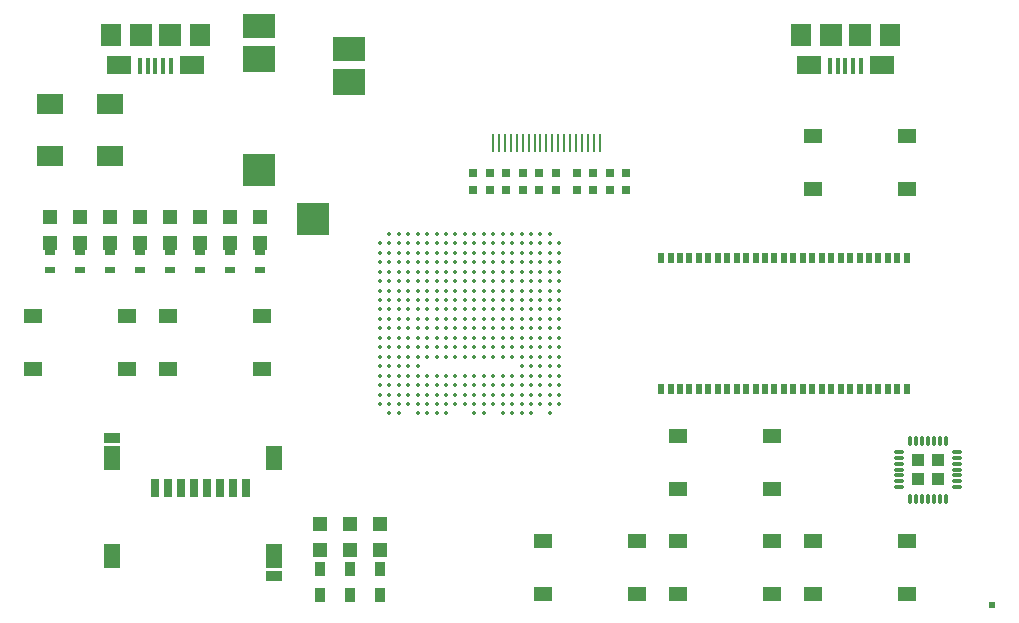
<source format=gtp>
G04 #@! TF.GenerationSoftware,KiCad,Pcbnew,5.0.0-rc2-dev-unknown+dfsg1+20180318-2*
G04 #@! TF.CreationDate,2018-04-18T14:44:27+02:00*
G04 #@! TF.ProjectId,ulx3s,756C7833732E6B696361645F70636200,rev?*
G04 #@! TF.SameCoordinates,Original*
G04 #@! TF.FileFunction,Paste,Top*
G04 #@! TF.FilePolarity,Positive*
%FSLAX46Y46*%
G04 Gerber Fmt 4.6, Leading zero omitted, Abs format (unit mm)*
G04 Created by KiCad (PCBNEW 5.0.0-rc2-dev-unknown+dfsg1+20180318-2) date Wed Apr 18 14:44:27 2018*
%MOMM*%
%LPD*%
G01*
G04 APERTURE LIST*
%ADD10R,0.500000X0.500000*%
%ADD11R,0.900000X1.200000*%
%ADD12R,2.100000X1.600000*%
%ADD13R,1.900000X1.900000*%
%ADD14R,0.400000X1.350000*%
%ADD15R,1.800000X1.900000*%
%ADD16O,0.850000X0.300000*%
%ADD17O,0.300000X0.850000*%
%ADD18R,1.005000X1.005000*%
%ADD19R,1.550000X1.300000*%
%ADD20C,0.350000*%
%ADD21R,1.200000X1.200000*%
%ADD22R,2.800000X2.000000*%
%ADD23R,2.800000X2.200000*%
%ADD24R,2.800000X2.800000*%
%ADD25R,0.230000X1.580000*%
%ADD26R,0.700000X1.500000*%
%ADD27R,1.450000X0.900000*%
%ADD28R,1.450000X2.000000*%
%ADD29R,2.200000X1.800000*%
%ADD30R,0.560000X0.900000*%
%ADD31R,0.900000X0.500000*%
%ADD32R,0.750000X0.800000*%
G04 APERTURE END LIST*
D10*
X182675150Y-111637626D03*
D11*
X128390000Y-108580000D03*
X128390000Y-110780000D03*
X130930000Y-110780000D03*
X130930000Y-108580000D03*
D12*
X114980000Y-65875000D03*
X108780000Y-65875000D03*
D13*
X113080000Y-63325000D03*
X110680000Y-63325000D03*
D14*
X113180000Y-66000000D03*
X112530000Y-66000000D03*
X111880000Y-66000000D03*
X111230000Y-66000000D03*
X110580000Y-66000000D03*
D15*
X115680000Y-63325000D03*
X108080000Y-63325000D03*
D12*
X173400000Y-65875000D03*
X167200000Y-65875000D03*
D13*
X171500000Y-63325000D03*
X169100000Y-63325000D03*
D14*
X171600000Y-66000000D03*
X170950000Y-66000000D03*
X170300000Y-66000000D03*
X169650000Y-66000000D03*
X169000000Y-66000000D03*
D15*
X174100000Y-63325000D03*
X166500000Y-63325000D03*
D16*
X179735000Y-101655000D03*
X179735000Y-101155000D03*
X179735000Y-100655000D03*
X179735000Y-100155000D03*
X179735000Y-99655000D03*
X179735000Y-99155000D03*
X179735000Y-98655000D03*
D17*
X178785000Y-97705000D03*
X178285000Y-97705000D03*
X177785000Y-97705000D03*
X177285000Y-97705000D03*
X176785000Y-97705000D03*
X176285000Y-97705000D03*
X175785000Y-97705000D03*
D16*
X174835000Y-98655000D03*
X174835000Y-99155000D03*
X174835000Y-99655000D03*
X174835000Y-100155000D03*
X174835000Y-100655000D03*
X174835000Y-101155000D03*
X174835000Y-101655000D03*
D17*
X175785000Y-102605000D03*
X176285000Y-102605000D03*
X176785000Y-102605000D03*
X177285000Y-102605000D03*
X177785000Y-102605000D03*
X178285000Y-102605000D03*
X178785000Y-102605000D03*
D18*
X176447500Y-99317500D03*
X176447500Y-100992500D03*
X178122500Y-99317500D03*
X178122500Y-100992500D03*
D19*
X175550000Y-71870000D03*
X175550000Y-76370000D03*
X167590000Y-76370000D03*
X167590000Y-71870000D03*
X101550000Y-91610000D03*
X101550000Y-87110000D03*
X109510000Y-87110000D03*
X109510000Y-91610000D03*
X112980000Y-91610000D03*
X112980000Y-87110000D03*
X120940000Y-87110000D03*
X120940000Y-91610000D03*
X156160000Y-101770000D03*
X156160000Y-97270000D03*
X164120000Y-97270000D03*
X164120000Y-101770000D03*
X164120000Y-106160000D03*
X164120000Y-110660000D03*
X156160000Y-110660000D03*
X156160000Y-106160000D03*
X152690000Y-106160000D03*
X152690000Y-110660000D03*
X144730000Y-110660000D03*
X144730000Y-106160000D03*
X175550000Y-106160000D03*
X175550000Y-110660000D03*
X167590000Y-110660000D03*
X167590000Y-106160000D03*
D20*
X131680000Y-80200000D03*
X132480000Y-80200000D03*
X133280000Y-80200000D03*
X134080000Y-80200000D03*
X134880000Y-80200000D03*
X135680000Y-80200000D03*
X136480000Y-80200000D03*
X137280000Y-80200000D03*
X138080000Y-80200000D03*
X138880000Y-80200000D03*
X139680000Y-80200000D03*
X140480000Y-80200000D03*
X141280000Y-80200000D03*
X142080000Y-80200000D03*
X142880000Y-80200000D03*
X143680000Y-80200000D03*
X144480000Y-80200000D03*
X145280000Y-80200000D03*
X130880000Y-81000000D03*
X131680000Y-81000000D03*
X132480000Y-81000000D03*
X133280000Y-81000000D03*
X134080000Y-81000000D03*
X134880000Y-81000000D03*
X135680000Y-81000000D03*
X136480000Y-81000000D03*
X137280000Y-81000000D03*
X138080000Y-81000000D03*
X138880000Y-81000000D03*
X139680000Y-81000000D03*
X140480000Y-81000000D03*
X141280000Y-81000000D03*
X142080000Y-81000000D03*
X142880000Y-81000000D03*
X143680000Y-81000000D03*
X144480000Y-81000000D03*
X145280000Y-81000000D03*
X146080000Y-81000000D03*
X130880000Y-81800000D03*
X131680000Y-81800000D03*
X132480000Y-81800000D03*
X133280000Y-81800000D03*
X134080000Y-81800000D03*
X134880000Y-81800000D03*
X135680000Y-81800000D03*
X136480000Y-81800000D03*
X137280000Y-81800000D03*
X138080000Y-81800000D03*
X138880000Y-81800000D03*
X139680000Y-81800000D03*
X140480000Y-81800000D03*
X141280000Y-81800000D03*
X142080000Y-81800000D03*
X142880000Y-81800000D03*
X143680000Y-81800000D03*
X144480000Y-81800000D03*
X145280000Y-81800000D03*
X146080000Y-81800000D03*
X130880000Y-82600000D03*
X131680000Y-82600000D03*
X132480000Y-82600000D03*
X133280000Y-82600000D03*
X134080000Y-82600000D03*
X134880000Y-82600000D03*
X135680000Y-82600000D03*
X136480000Y-82600000D03*
X137280000Y-82600000D03*
X138080000Y-82600000D03*
X138880000Y-82600000D03*
X139680000Y-82600000D03*
X140480000Y-82600000D03*
X141280000Y-82600000D03*
X142080000Y-82600000D03*
X142880000Y-82600000D03*
X143680000Y-82600000D03*
X144480000Y-82600000D03*
X145280000Y-82600000D03*
X146080000Y-82600000D03*
X130880000Y-83400000D03*
X131680000Y-83400000D03*
X132480000Y-83400000D03*
X133280000Y-83400000D03*
X134080000Y-83400000D03*
X134880000Y-83400000D03*
X135680000Y-83400000D03*
X136480000Y-83400000D03*
X137280000Y-83400000D03*
X138080000Y-83400000D03*
X138880000Y-83400000D03*
X139680000Y-83400000D03*
X140480000Y-83400000D03*
X141280000Y-83400000D03*
X142080000Y-83400000D03*
X142880000Y-83400000D03*
X143680000Y-83400000D03*
X144480000Y-83400000D03*
X145280000Y-83400000D03*
X146080000Y-83400000D03*
X130880000Y-84200000D03*
X131680000Y-84200000D03*
X132480000Y-84200000D03*
X133280000Y-84200000D03*
X134080000Y-84200000D03*
X134880000Y-84200000D03*
X135680000Y-84200000D03*
X136480000Y-84200000D03*
X137280000Y-84200000D03*
X138080000Y-84200000D03*
X138880000Y-84200000D03*
X139680000Y-84200000D03*
X140480000Y-84200000D03*
X141280000Y-84200000D03*
X142080000Y-84200000D03*
X142880000Y-84200000D03*
X143680000Y-84200000D03*
X144480000Y-84200000D03*
X145280000Y-84200000D03*
X146080000Y-84200000D03*
X130880000Y-85000000D03*
X131680000Y-85000000D03*
X132480000Y-85000000D03*
X133280000Y-85000000D03*
X134080000Y-85000000D03*
X134880000Y-85000000D03*
X135680000Y-85000000D03*
X136480000Y-85000000D03*
X137280000Y-85000000D03*
X138080000Y-85000000D03*
X138880000Y-85000000D03*
X139680000Y-85000000D03*
X140480000Y-85000000D03*
X141280000Y-85000000D03*
X142080000Y-85000000D03*
X142880000Y-85000000D03*
X143680000Y-85000000D03*
X144480000Y-85000000D03*
X145280000Y-85000000D03*
X146080000Y-85000000D03*
X130880000Y-85800000D03*
X131680000Y-85800000D03*
X132480000Y-85800000D03*
X133280000Y-85800000D03*
X134080000Y-85800000D03*
X134880000Y-85800000D03*
X135680000Y-85800000D03*
X136480000Y-85800000D03*
X137280000Y-85800000D03*
X138080000Y-85800000D03*
X138880000Y-85800000D03*
X139680000Y-85800000D03*
X140480000Y-85800000D03*
X141280000Y-85800000D03*
X142080000Y-85800000D03*
X142880000Y-85800000D03*
X143680000Y-85800000D03*
X144480000Y-85800000D03*
X145280000Y-85800000D03*
X146080000Y-85800000D03*
X130880000Y-86600000D03*
X131680000Y-86600000D03*
X132480000Y-86600000D03*
X133280000Y-86600000D03*
X134080000Y-86600000D03*
X134880000Y-86600000D03*
X135680000Y-86600000D03*
X136480000Y-86600000D03*
X137280000Y-86600000D03*
X138080000Y-86600000D03*
X138880000Y-86600000D03*
X139680000Y-86600000D03*
X140480000Y-86600000D03*
X141280000Y-86600000D03*
X142080000Y-86600000D03*
X142880000Y-86600000D03*
X143680000Y-86600000D03*
X144480000Y-86600000D03*
X145280000Y-86600000D03*
X146080000Y-86600000D03*
X130880000Y-87400000D03*
X131680000Y-87400000D03*
X132480000Y-87400000D03*
X133280000Y-87400000D03*
X134080000Y-87400000D03*
X134880000Y-87400000D03*
X135680000Y-87400000D03*
X136480000Y-87400000D03*
X137280000Y-87400000D03*
X138080000Y-87400000D03*
X138880000Y-87400000D03*
X139680000Y-87400000D03*
X140480000Y-87400000D03*
X141280000Y-87400000D03*
X142080000Y-87400000D03*
X142880000Y-87400000D03*
X143680000Y-87400000D03*
X144480000Y-87400000D03*
X145280000Y-87400000D03*
X146080000Y-87400000D03*
X130880000Y-88200000D03*
X131680000Y-88200000D03*
X132480000Y-88200000D03*
X133280000Y-88200000D03*
X134080000Y-88200000D03*
X134880000Y-88200000D03*
X135680000Y-88200000D03*
X136480000Y-88200000D03*
X137280000Y-88200000D03*
X138080000Y-88200000D03*
X138880000Y-88200000D03*
X139680000Y-88200000D03*
X140480000Y-88200000D03*
X141280000Y-88200000D03*
X142080000Y-88200000D03*
X142880000Y-88200000D03*
X143680000Y-88200000D03*
X144480000Y-88200000D03*
X145280000Y-88200000D03*
X146080000Y-88200000D03*
X130880000Y-89000000D03*
X131680000Y-89000000D03*
X132480000Y-89000000D03*
X133280000Y-89000000D03*
X134080000Y-89000000D03*
X134880000Y-89000000D03*
X135680000Y-89000000D03*
X136480000Y-89000000D03*
X137280000Y-89000000D03*
X138080000Y-89000000D03*
X138880000Y-89000000D03*
X139680000Y-89000000D03*
X140480000Y-89000000D03*
X141280000Y-89000000D03*
X142080000Y-89000000D03*
X142880000Y-89000000D03*
X143680000Y-89000000D03*
X144480000Y-89000000D03*
X145280000Y-89000000D03*
X146080000Y-89000000D03*
X130880000Y-89800000D03*
X131680000Y-89800000D03*
X132480000Y-89800000D03*
X133280000Y-89800000D03*
X134080000Y-89800000D03*
X134880000Y-89800000D03*
X135680000Y-89800000D03*
X136480000Y-89800000D03*
X137280000Y-89800000D03*
X138080000Y-89800000D03*
X138880000Y-89800000D03*
X139680000Y-89800000D03*
X140480000Y-89800000D03*
X141280000Y-89800000D03*
X142080000Y-89800000D03*
X142880000Y-89800000D03*
X143680000Y-89800000D03*
X144480000Y-89800000D03*
X145280000Y-89800000D03*
X146080000Y-89800000D03*
X130880000Y-90600000D03*
X131680000Y-90600000D03*
X132480000Y-90600000D03*
X133280000Y-90600000D03*
X134080000Y-90600000D03*
X134880000Y-90600000D03*
X135680000Y-90600000D03*
X136480000Y-90600000D03*
X137280000Y-90600000D03*
X138080000Y-90600000D03*
X138880000Y-90600000D03*
X139680000Y-90600000D03*
X140480000Y-90600000D03*
X141280000Y-90600000D03*
X142080000Y-90600000D03*
X142880000Y-90600000D03*
X143680000Y-90600000D03*
X144480000Y-90600000D03*
X145280000Y-90600000D03*
X146080000Y-90600000D03*
X130880000Y-91400000D03*
X131680000Y-91400000D03*
X132480000Y-91400000D03*
X133280000Y-91400000D03*
X134080000Y-91400000D03*
X142880000Y-91400000D03*
X143680000Y-91400000D03*
X144480000Y-91400000D03*
X145280000Y-91400000D03*
X146080000Y-91400000D03*
X130880000Y-92200000D03*
X131680000Y-92200000D03*
X132480000Y-92200000D03*
X133280000Y-92200000D03*
X134080000Y-92200000D03*
X134880000Y-92200000D03*
X135680000Y-92200000D03*
X136480000Y-92200000D03*
X137280000Y-92200000D03*
X138080000Y-92200000D03*
X138880000Y-92200000D03*
X139680000Y-92200000D03*
X140480000Y-92200000D03*
X141280000Y-92200000D03*
X142080000Y-92200000D03*
X142880000Y-92200000D03*
X143680000Y-92200000D03*
X144480000Y-92200000D03*
X145280000Y-92200000D03*
X146080000Y-92200000D03*
X130880000Y-93000000D03*
X131680000Y-93000000D03*
X132480000Y-93000000D03*
X133280000Y-93000000D03*
X134080000Y-93000000D03*
X134880000Y-93000000D03*
X135680000Y-93000000D03*
X136480000Y-93000000D03*
X137280000Y-93000000D03*
X138080000Y-93000000D03*
X138880000Y-93000000D03*
X139680000Y-93000000D03*
X140480000Y-93000000D03*
X141280000Y-93000000D03*
X142080000Y-93000000D03*
X142880000Y-93000000D03*
X143680000Y-93000000D03*
X144480000Y-93000000D03*
X145280000Y-93000000D03*
X146080000Y-93000000D03*
X130880000Y-93800000D03*
X131680000Y-93800000D03*
X132480000Y-93800000D03*
X133280000Y-93800000D03*
X134080000Y-93800000D03*
X134880000Y-93800000D03*
X135680000Y-93800000D03*
X136480000Y-93800000D03*
X137280000Y-93800000D03*
X138080000Y-93800000D03*
X138880000Y-93800000D03*
X139680000Y-93800000D03*
X140480000Y-93800000D03*
X141280000Y-93800000D03*
X142080000Y-93800000D03*
X142880000Y-93800000D03*
X143680000Y-93800000D03*
X144480000Y-93800000D03*
X145280000Y-93800000D03*
X146080000Y-93800000D03*
X130880000Y-94600000D03*
X131680000Y-94600000D03*
X132480000Y-94600000D03*
X133280000Y-94600000D03*
X134080000Y-94600000D03*
X134880000Y-94600000D03*
X135680000Y-94600000D03*
X136480000Y-94600000D03*
X137280000Y-94600000D03*
X138080000Y-94600000D03*
X138880000Y-94600000D03*
X139680000Y-94600000D03*
X140480000Y-94600000D03*
X141280000Y-94600000D03*
X142080000Y-94600000D03*
X142880000Y-94600000D03*
X143680000Y-94600000D03*
X144480000Y-94600000D03*
X145280000Y-94600000D03*
X146080000Y-94600000D03*
X131680000Y-95400000D03*
X132480000Y-95400000D03*
X134080000Y-95400000D03*
X134880000Y-95400000D03*
X135680000Y-95400000D03*
X136480000Y-95400000D03*
X138880000Y-95400000D03*
X139680000Y-95400000D03*
X141280000Y-95400000D03*
X142080000Y-95400000D03*
X142880000Y-95400000D03*
X143680000Y-95400000D03*
X145280000Y-95400000D03*
D21*
X125850000Y-104770000D03*
X125850000Y-106970000D03*
D11*
X125850000Y-108580000D03*
X125850000Y-110780000D03*
D21*
X128390000Y-104770000D03*
X128390000Y-106970000D03*
X120770000Y-80935000D03*
X120770000Y-78735000D03*
X118230000Y-80935000D03*
X118230000Y-78735000D03*
X115690000Y-80935000D03*
X115690000Y-78735000D03*
X113150000Y-80935000D03*
X113150000Y-78735000D03*
X110610000Y-80935000D03*
X110610000Y-78735000D03*
X108070000Y-80935000D03*
X108070000Y-78735000D03*
X105530000Y-80935000D03*
X105530000Y-78735000D03*
X102990000Y-80935000D03*
X102990000Y-78735000D03*
X130930000Y-104770000D03*
X130930000Y-106970000D03*
D22*
X120668000Y-62618000D03*
D23*
X120668000Y-65418000D03*
D24*
X120668000Y-74818000D03*
X125218000Y-78918000D03*
D23*
X128268000Y-67318000D03*
D22*
X128268000Y-64518000D03*
D25*
X140480000Y-72500000D03*
X140980000Y-72500000D03*
X141480000Y-72500000D03*
X141980000Y-72500000D03*
X142480000Y-72500000D03*
X142980000Y-72500000D03*
X143480000Y-72500000D03*
X143980000Y-72500000D03*
X144480000Y-72500000D03*
X144980000Y-72500000D03*
X145480000Y-72500000D03*
X145980000Y-72500000D03*
X146480000Y-72500000D03*
X146980000Y-72500000D03*
X147480000Y-72500000D03*
X147980000Y-72500000D03*
X148480000Y-72500000D03*
X148980000Y-72500000D03*
X149480000Y-72500000D03*
D26*
X111850000Y-101750000D03*
X112950000Y-101750000D03*
X114050000Y-101750000D03*
X115150000Y-101750000D03*
X116250000Y-101750000D03*
X117350000Y-101750000D03*
X118450000Y-101750000D03*
X119550000Y-101750000D03*
D27*
X108175000Y-97450000D03*
X121925000Y-109150000D03*
D28*
X121925000Y-99150000D03*
X108175000Y-99150000D03*
X108175000Y-107450000D03*
X121925000Y-107450000D03*
D29*
X108040000Y-69220000D03*
X102960000Y-69220000D03*
X102960000Y-73620000D03*
X108040000Y-73620000D03*
D30*
X175493000Y-82270000D03*
X154693000Y-93330000D03*
X155493000Y-93330000D03*
X156293000Y-93330000D03*
X157093000Y-93330000D03*
X157893000Y-93330000D03*
X158693000Y-93330000D03*
X159493000Y-93330000D03*
X160293000Y-93330000D03*
X161093000Y-93330000D03*
X161893000Y-93330000D03*
X162693000Y-93330000D03*
X163493000Y-93330000D03*
X164293000Y-93330000D03*
X165093000Y-93330000D03*
X165893000Y-93330000D03*
X166693000Y-93330000D03*
X167493000Y-93330000D03*
X168293000Y-93330000D03*
X169093000Y-93330000D03*
X169893000Y-93330000D03*
X170693000Y-93330000D03*
X171493000Y-93330000D03*
X172293000Y-93330000D03*
X173093000Y-93330000D03*
X173893000Y-93330000D03*
X174693000Y-93330000D03*
X175493000Y-93330000D03*
X174693000Y-82270000D03*
X173893000Y-82270000D03*
X173093000Y-82270000D03*
X172293000Y-82270000D03*
X171493000Y-82270000D03*
X170693000Y-82270000D03*
X169893000Y-82270000D03*
X169093000Y-82270000D03*
X168293000Y-82270000D03*
X167493000Y-82270000D03*
X166693000Y-82270000D03*
X165893000Y-82270000D03*
X165093000Y-82270000D03*
X164293000Y-82270000D03*
X163493000Y-82270000D03*
X162693000Y-82270000D03*
X161893000Y-82270000D03*
X161093000Y-82270000D03*
X160293000Y-82270000D03*
X159493000Y-82270000D03*
X158693000Y-82270000D03*
X157893000Y-82270000D03*
X157093000Y-82270000D03*
X156293000Y-82270000D03*
X155493000Y-82270000D03*
X154693000Y-82270000D03*
D31*
X120770000Y-83252000D03*
X120770000Y-81752000D03*
X118230000Y-83252000D03*
X118230000Y-81752000D03*
X115690000Y-83252000D03*
X115690000Y-81752000D03*
X113150000Y-83252000D03*
X113150000Y-81752000D03*
X110610000Y-83252000D03*
X110610000Y-81752000D03*
X108070000Y-83252000D03*
X108070000Y-81752000D03*
X105530000Y-83252000D03*
X105530000Y-81752000D03*
X102990000Y-83252000D03*
X102990000Y-81752000D03*
D32*
X150361000Y-75021000D03*
X150361000Y-76521000D03*
X151758000Y-75021000D03*
X151758000Y-76521000D03*
X140201000Y-75021000D03*
X140201000Y-76521000D03*
X142995000Y-75021000D03*
X142995000Y-76521000D03*
X145789000Y-75021000D03*
X145789000Y-76521000D03*
X148964000Y-75021000D03*
X148964000Y-76521000D03*
X138804000Y-75021000D03*
X138804000Y-76521000D03*
X141598000Y-75021000D03*
X141598000Y-76521000D03*
X144392000Y-75021000D03*
X144392000Y-76521000D03*
X147567000Y-75009000D03*
X147567000Y-76509000D03*
M02*

</source>
